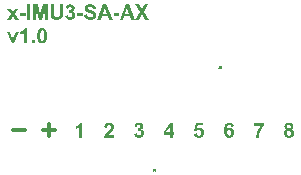
<source format=gto>
G04*
G04 #@! TF.GenerationSoftware,Altium Limited,Altium Designer,25.1.2 (22)*
G04*
G04 Layer_Color=65535*
%FSLAX44Y44*%
%MOMM*%
G71*
G04*
G04 #@! TF.SameCoordinates,DB710AA7-E77E-4036-8C0A-EA680BC9F52C*
G04*
G04*
G04 #@! TF.FilePolarity,Positive*
G04*
G01*
G75*
%ADD10C,0.3000*%
%ADD11C,0.0200*%
G36*
X15945Y205222D02*
X13735D01*
X10000Y214495D01*
X12570D01*
X14318Y209762D01*
X14826Y208181D01*
Y208190D01*
X14835Y208208D01*
X14845Y208236D01*
X14863Y208282D01*
X14891Y208384D01*
X14937Y208504D01*
X14974Y208643D01*
X15020Y208772D01*
X15048Y208883D01*
X15067Y208939D01*
X15076Y208976D01*
X15085Y208994D01*
X15094Y209040D01*
X15122Y209123D01*
X15159Y209216D01*
X15196Y209336D01*
X15242Y209475D01*
X15288Y209614D01*
X15344Y209762D01*
X17101Y214495D01*
X19625D01*
X15945Y205222D01*
D02*
G37*
G36*
X33512D02*
X31061D01*
Y207672D01*
X33512D01*
Y205222D01*
D02*
G37*
G36*
X26873D02*
X24423D01*
Y214458D01*
X24405Y214440D01*
X24358Y214403D01*
X24285Y214338D01*
X24183Y214255D01*
X24053Y214153D01*
X23896Y214033D01*
X23721Y213894D01*
X23517Y213756D01*
X23295Y213608D01*
X23055Y213451D01*
X22796Y213293D01*
X22518Y213145D01*
X22223Y212997D01*
X21908Y212850D01*
X21585Y212720D01*
X21252Y212600D01*
Y214828D01*
X21261D01*
X21298Y214847D01*
X21344Y214865D01*
X21418Y214893D01*
X21511Y214930D01*
X21613Y214967D01*
X21733Y215022D01*
X21871Y215087D01*
X22019Y215170D01*
X22176Y215253D01*
X22352Y215346D01*
X22528Y215457D01*
X22722Y215577D01*
X22916Y215706D01*
X23119Y215854D01*
X23332Y216012D01*
X23341Y216021D01*
X23378Y216049D01*
X23443Y216104D01*
X23517Y216169D01*
X23609Y216252D01*
X23711Y216354D01*
X23822Y216465D01*
X23952Y216594D01*
X24072Y216742D01*
X24201Y216899D01*
X24331Y217066D01*
X24460Y217250D01*
X24580Y217435D01*
X24691Y217639D01*
X24793Y217851D01*
X24876Y218064D01*
X26873D01*
Y205222D01*
D02*
G37*
G36*
X39817Y218055D02*
X39946Y218046D01*
X40104Y218027D01*
X40289Y217990D01*
X40483Y217953D01*
X40705Y217898D01*
X40926Y217824D01*
X41167Y217740D01*
X41407Y217630D01*
X41648Y217500D01*
X41888Y217352D01*
X42119Y217176D01*
X42341Y216964D01*
X42544Y216733D01*
X42563Y216714D01*
X42572Y216696D01*
X42600Y216659D01*
X42628Y216612D01*
X42665Y216566D01*
X42702Y216502D01*
X42739Y216428D01*
X42785Y216354D01*
X42840Y216261D01*
X42887Y216159D01*
X42942Y216049D01*
X42998Y215919D01*
X43053Y215790D01*
X43118Y215651D01*
X43173Y215494D01*
X43229Y215327D01*
X43293Y215152D01*
X43349Y214967D01*
X43404Y214773D01*
X43460Y214560D01*
X43506Y214347D01*
X43562Y214116D01*
X43608Y213876D01*
X43645Y213617D01*
X43682Y213358D01*
X43719Y213081D01*
X43746Y212794D01*
X43774Y212498D01*
X43793Y212184D01*
X43802Y211860D01*
Y211527D01*
Y211518D01*
Y211490D01*
Y211435D01*
Y211370D01*
Y211287D01*
X43793Y211185D01*
Y211065D01*
X43783Y210936D01*
X43774Y210788D01*
X43765Y210640D01*
X43756Y210473D01*
X43737Y210298D01*
X43700Y209919D01*
X43645Y209512D01*
X43580Y209087D01*
X43497Y208652D01*
X43395Y208218D01*
X43275Y207792D01*
X43127Y207376D01*
X42961Y206988D01*
X42868Y206803D01*
X42766Y206627D01*
X42656Y206461D01*
X42544Y206304D01*
X42535Y206285D01*
X42498Y206248D01*
X42434Y206183D01*
X42350Y206100D01*
X42249Y205998D01*
X42119Y205888D01*
X41962Y205777D01*
X41786Y205656D01*
X41592Y205527D01*
X41380Y205416D01*
X41139Y205305D01*
X40880Y205203D01*
X40603Y205120D01*
X40298Y205056D01*
X39983Y205019D01*
X39641Y205000D01*
X39558D01*
X39466Y205009D01*
X39336Y205019D01*
X39170Y205046D01*
X38994Y205074D01*
X38782Y205120D01*
X38569Y205176D01*
X38328Y205259D01*
X38088Y205351D01*
X37838Y205462D01*
X37580Y205601D01*
X37330Y205767D01*
X37090Y205961D01*
X36849Y206183D01*
X36627Y206433D01*
X36618Y206452D01*
X36581Y206498D01*
X36553Y206544D01*
X36526Y206590D01*
X36489Y206646D01*
X36452Y206710D01*
X36405Y206794D01*
X36369Y206877D01*
X36313Y206979D01*
X36267Y207080D01*
X36221Y207200D01*
X36165Y207321D01*
X36110Y207459D01*
X36063Y207607D01*
X36008Y207764D01*
X35952Y207940D01*
X35897Y208116D01*
X35851Y208310D01*
X35805Y208513D01*
X35758Y208726D01*
X35712Y208957D01*
X35666Y209198D01*
X35629Y209447D01*
X35592Y209706D01*
X35564Y209983D01*
X35536Y210270D01*
X35518Y210566D01*
X35499Y210880D01*
X35490Y211204D01*
Y211546D01*
Y211555D01*
Y211583D01*
Y211638D01*
Y211703D01*
X35499Y211786D01*
Y211888D01*
Y212008D01*
X35509Y212138D01*
X35518Y212276D01*
X35527Y212433D01*
X35546Y212600D01*
X35555Y212775D01*
X35592Y213145D01*
X35647Y213552D01*
X35712Y213978D01*
X35795Y214403D01*
X35897Y214837D01*
X36017Y215272D01*
X36156Y215679D01*
X36322Y216067D01*
X36424Y216252D01*
X36516Y216428D01*
X36627Y216594D01*
X36738Y216751D01*
X36748Y216770D01*
X36785Y216807D01*
X36849Y216871D01*
X36932Y216955D01*
X37034Y217056D01*
X37164Y217167D01*
X37321Y217287D01*
X37496Y217408D01*
X37691Y217528D01*
X37903Y217648D01*
X38144Y217759D01*
X38403Y217861D01*
X38680Y217944D01*
X38985Y218009D01*
X39299Y218046D01*
X39641Y218064D01*
X39725D01*
X39817Y218055D01*
D02*
G37*
G36*
X80442Y238230D02*
X80516D01*
X80609Y238221D01*
X80812Y238212D01*
X81043Y238184D01*
X81293Y238147D01*
X81570Y238110D01*
X81857Y238055D01*
X82153Y237981D01*
X82458Y237898D01*
X82763Y237796D01*
X83049Y237666D01*
X83336Y237528D01*
X83595Y237361D01*
X83835Y237176D01*
X83854Y237167D01*
X83891Y237130D01*
X83946Y237066D01*
X84030Y236982D01*
X84122Y236881D01*
X84224Y236751D01*
X84335Y236603D01*
X84455Y236428D01*
X84575Y236243D01*
X84686Y236030D01*
X84797Y235799D01*
X84889Y235549D01*
X84982Y235281D01*
X85047Y234995D01*
X85093Y234689D01*
X85120Y234366D01*
X82541Y234255D01*
Y234264D01*
X82532Y234301D01*
X82522Y234347D01*
X82504Y234412D01*
X82486Y234495D01*
X82458Y234588D01*
X82430Y234689D01*
X82393Y234800D01*
X82291Y235032D01*
X82171Y235263D01*
X82014Y235485D01*
X81931Y235586D01*
X81829Y235669D01*
X81820Y235679D01*
X81801Y235688D01*
X81774Y235706D01*
X81727Y235734D01*
X81672Y235771D01*
X81598Y235808D01*
X81515Y235845D01*
X81422Y235891D01*
X81311Y235928D01*
X81191Y235965D01*
X81052Y236002D01*
X80905Y236039D01*
X80747Y236067D01*
X80581Y236085D01*
X80387Y236104D01*
X80082D01*
X80008Y236095D01*
X79915Y236085D01*
X79804Y236076D01*
X79684Y236067D01*
X79545Y236049D01*
X79268Y235993D01*
X78972Y235910D01*
X78824Y235854D01*
X78686Y235790D01*
X78556Y235716D01*
X78427Y235632D01*
X78408Y235623D01*
X78362Y235577D01*
X78297Y235512D01*
X78223Y235420D01*
X78149Y235309D01*
X78085Y235179D01*
X78038Y235022D01*
X78029Y234939D01*
X78020Y234847D01*
Y234837D01*
Y234828D01*
X78029Y234773D01*
X78038Y234689D01*
X78066Y234578D01*
X78112Y234458D01*
X78177Y234329D01*
X78270Y234199D01*
X78399Y234070D01*
X78408D01*
X78427Y234051D01*
X78454Y234033D01*
X78510Y233996D01*
X78575Y233959D01*
X78658Y233913D01*
X78759Y233867D01*
X78880Y233811D01*
X79028Y233746D01*
X79194Y233682D01*
X79388Y233608D01*
X79610Y233534D01*
X79860Y233451D01*
X80128Y233377D01*
X80442Y233293D01*
X80775Y233210D01*
X80784D01*
X80794Y233201D01*
X80821D01*
X80858Y233192D01*
X80951Y233164D01*
X81080Y233136D01*
X81237Y233090D01*
X81422Y233044D01*
X81616Y232988D01*
X81829Y232933D01*
X82051Y232859D01*
X82282Y232794D01*
X82744Y232637D01*
X82966Y232554D01*
X83179Y232461D01*
X83382Y232378D01*
X83558Y232285D01*
X83567Y232276D01*
X83595Y232267D01*
X83641Y232239D01*
X83706Y232202D01*
X83780Y232147D01*
X83872Y232091D01*
X83965Y232027D01*
X84076Y231943D01*
X84187Y231860D01*
X84298Y231758D01*
X84418Y231657D01*
X84538Y231537D01*
X84769Y231278D01*
X84871Y231130D01*
X84973Y230982D01*
X84982Y230973D01*
X84991Y230945D01*
X85019Y230899D01*
X85056Y230834D01*
X85093Y230751D01*
X85139Y230658D01*
X85185Y230547D01*
X85232Y230418D01*
X85278Y230279D01*
X85324Y230122D01*
X85370Y229956D01*
X85407Y229780D01*
X85444Y229586D01*
X85472Y229382D01*
X85481Y229170D01*
X85490Y228948D01*
Y228939D01*
Y228902D01*
Y228837D01*
X85481Y228763D01*
X85472Y228661D01*
X85453Y228550D01*
X85435Y228421D01*
X85416Y228282D01*
X85379Y228125D01*
X85342Y227959D01*
X85287Y227792D01*
X85232Y227617D01*
X85157Y227432D01*
X85074Y227247D01*
X84982Y227071D01*
X84871Y226886D01*
X84862Y226877D01*
X84843Y226849D01*
X84806Y226794D01*
X84760Y226729D01*
X84695Y226655D01*
X84621Y226562D01*
X84529Y226461D01*
X84427Y226350D01*
X84307Y226239D01*
X84178Y226119D01*
X84039Y225998D01*
X83882Y225888D01*
X83715Y225767D01*
X83539Y225656D01*
X83345Y225555D01*
X83142Y225462D01*
X83133Y225453D01*
X83096Y225444D01*
X83031Y225416D01*
X82938Y225388D01*
X82837Y225351D01*
X82707Y225314D01*
X82550Y225277D01*
X82384Y225231D01*
X82190Y225185D01*
X81977Y225148D01*
X81746Y225111D01*
X81505Y225074D01*
X81247Y225046D01*
X80969Y225019D01*
X80673Y225009D01*
X80368Y225000D01*
X80202D01*
X80137Y225009D01*
X80054D01*
X79971Y225019D01*
X79767Y225037D01*
X79527Y225056D01*
X79268Y225093D01*
X78991Y225139D01*
X78695Y225203D01*
X78390Y225277D01*
X78075Y225361D01*
X77770Y225471D01*
X77465Y225601D01*
X77169Y225749D01*
X76892Y225925D01*
X76633Y226119D01*
X76615Y226128D01*
X76578Y226174D01*
X76513Y226239D01*
X76430Y226331D01*
X76328Y226442D01*
X76208Y226590D01*
X76088Y226757D01*
X75958Y226951D01*
X75819Y227164D01*
X75690Y227413D01*
X75561Y227681D01*
X75440Y227968D01*
X75320Y228291D01*
X75228Y228633D01*
X75145Y229003D01*
X75089Y229392D01*
X77604Y229632D01*
Y229614D01*
X77613Y229577D01*
X77632Y229512D01*
X77650Y229429D01*
X77678Y229318D01*
X77715Y229198D01*
X77752Y229068D01*
X77798Y228929D01*
X77927Y228624D01*
X78001Y228467D01*
X78085Y228310D01*
X78177Y228162D01*
X78279Y228023D01*
X78399Y227894D01*
X78519Y227774D01*
X78528Y227764D01*
X78556Y227746D01*
X78593Y227718D01*
X78649Y227681D01*
X78713Y227635D01*
X78806Y227589D01*
X78898Y227533D01*
X79018Y227478D01*
X79139Y227422D01*
X79286Y227367D01*
X79434Y227321D01*
X79601Y227274D01*
X79786Y227237D01*
X79980Y227210D01*
X80183Y227191D01*
X80396Y227182D01*
X80516D01*
X80599Y227191D01*
X80701Y227201D01*
X80821Y227210D01*
X80960Y227228D01*
X81099Y227247D01*
X81404Y227311D01*
X81561Y227358D01*
X81718Y227404D01*
X81866Y227469D01*
X82014Y227533D01*
X82153Y227617D01*
X82273Y227709D01*
X82282Y227718D01*
X82301Y227737D01*
X82328Y227764D01*
X82375Y227801D01*
X82421Y227857D01*
X82476Y227912D01*
X82532Y227986D01*
X82597Y228060D01*
X82707Y228245D01*
X82809Y228449D01*
X82855Y228569D01*
X82883Y228680D01*
X82902Y228809D01*
X82911Y228939D01*
Y228948D01*
Y228957D01*
Y229013D01*
X82902Y229096D01*
X82874Y229207D01*
X82846Y229327D01*
X82800Y229456D01*
X82735Y229586D01*
X82643Y229706D01*
X82633Y229725D01*
X82587Y229762D01*
X82522Y229817D01*
X82430Y229900D01*
X82301Y229983D01*
X82134Y230085D01*
X81940Y230177D01*
X81829Y230224D01*
X81709Y230270D01*
X81700D01*
X81690Y230279D01*
X81653Y230289D01*
X81616Y230298D01*
X81552Y230316D01*
X81478Y230344D01*
X81385Y230372D01*
X81284Y230399D01*
X81154Y230436D01*
X81006Y230473D01*
X80840Y230520D01*
X80646Y230575D01*
X80433Y230631D01*
X80193Y230686D01*
X79925Y230751D01*
X79638Y230825D01*
X79629D01*
X79610Y230834D01*
X79582D01*
X79545Y230853D01*
X79499Y230862D01*
X79444Y230880D01*
X79305Y230917D01*
X79129Y230963D01*
X78935Y231028D01*
X78723Y231102D01*
X78501Y231176D01*
X78260Y231269D01*
X78020Y231361D01*
X77770Y231463D01*
X77539Y231574D01*
X77308Y231694D01*
X77095Y231823D01*
X76901Y231953D01*
X76726Y232091D01*
X76716Y232101D01*
X76679Y232138D01*
X76615Y232202D01*
X76541Y232276D01*
X76457Y232378D01*
X76356Y232507D01*
X76245Y232646D01*
X76143Y232812D01*
X76032Y232988D01*
X75921Y233182D01*
X75819Y233395D01*
X75736Y233617D01*
X75662Y233857D01*
X75598Y234116D01*
X75561Y234384D01*
X75551Y234662D01*
Y234671D01*
Y234708D01*
Y234754D01*
X75561Y234828D01*
X75570Y234911D01*
X75579Y235013D01*
X75598Y235133D01*
X75616Y235263D01*
X75653Y235392D01*
X75681Y235540D01*
X75727Y235688D01*
X75782Y235845D01*
X75847Y236012D01*
X75921Y236169D01*
X76004Y236335D01*
X76097Y236492D01*
X76106Y236502D01*
X76125Y236529D01*
X76152Y236576D01*
X76199Y236631D01*
X76254Y236705D01*
X76328Y236788D01*
X76411Y236871D01*
X76504Y236973D01*
X76615Y237075D01*
X76735Y237186D01*
X76864Y237287D01*
X77003Y237398D01*
X77160Y237500D01*
X77326Y237602D01*
X77502Y237703D01*
X77696Y237787D01*
X77705Y237796D01*
X77743Y237805D01*
X77807Y237833D01*
X77881Y237861D01*
X77983Y237888D01*
X78103Y237935D01*
X78242Y237972D01*
X78399Y238018D01*
X78575Y238055D01*
X78769Y238101D01*
X78972Y238138D01*
X79194Y238166D01*
X79434Y238203D01*
X79684Y238221D01*
X79943Y238230D01*
X80211Y238240D01*
X80378D01*
X80442Y238230D01*
D02*
G37*
G36*
X125607Y231897D02*
X130017Y225231D01*
X126911D01*
X124072Y229558D01*
X121225Y225231D01*
X118127D01*
X122556Y231888D01*
X118534Y238027D01*
X121557D01*
X124091Y234190D01*
X126633Y238027D01*
X129629D01*
X125607Y231897D01*
D02*
G37*
G36*
X16231Y230104D02*
X19662Y225231D01*
X16657D01*
X14771Y228097D01*
X12866Y225231D01*
X10000D01*
X13338Y230002D01*
X10139Y234505D01*
X13134D01*
X14771Y231953D01*
X16509Y234505D01*
X19375D01*
X16231Y230104D01*
D02*
G37*
G36*
X44366Y225231D02*
X41971D01*
X41962Y235300D01*
X39429Y225231D01*
X36942D01*
X34418Y235300D01*
Y225231D01*
X32023D01*
Y238027D01*
X35888D01*
X38199Y229290D01*
X40483Y238027D01*
X44366D01*
Y225231D01*
D02*
G37*
G36*
X105091Y228643D02*
X100274D01*
Y231093D01*
X105091D01*
Y228643D01*
D02*
G37*
G36*
X74312D02*
X69495D01*
Y231093D01*
X74312D01*
Y228643D01*
D02*
G37*
G36*
X25662D02*
X20845D01*
Y231093D01*
X25662D01*
Y228643D01*
D02*
G37*
G36*
X57125Y231296D02*
Y231287D01*
Y231269D01*
Y231241D01*
Y231195D01*
Y231139D01*
Y231074D01*
Y231000D01*
Y230926D01*
X57116Y230732D01*
Y230520D01*
X57106Y230279D01*
X57097Y230030D01*
X57088Y229762D01*
X57069Y229493D01*
X57060Y229216D01*
X57032Y228948D01*
X57014Y228698D01*
X56986Y228458D01*
X56949Y228236D01*
X56912Y228042D01*
Y228033D01*
X56903Y227996D01*
X56894Y227949D01*
X56866Y227885D01*
X56848Y227801D01*
X56820Y227709D01*
X56783Y227598D01*
X56736Y227487D01*
X56626Y227228D01*
X56496Y226960D01*
X56330Y226692D01*
X56136Y226433D01*
X56126Y226424D01*
X56108Y226405D01*
X56080Y226368D01*
X56034Y226322D01*
X55978Y226276D01*
X55914Y226211D01*
X55830Y226137D01*
X55738Y226063D01*
X55636Y225980D01*
X55525Y225897D01*
X55405Y225814D01*
X55266Y225721D01*
X55128Y225638D01*
X54971Y225555D01*
X54813Y225471D01*
X54638Y225398D01*
X54629D01*
X54591Y225379D01*
X54545Y225361D01*
X54471Y225333D01*
X54370Y225305D01*
X54259Y225277D01*
X54129Y225240D01*
X53981Y225203D01*
X53806Y225166D01*
X53621Y225129D01*
X53417Y225102D01*
X53205Y225074D01*
X52964Y225046D01*
X52724Y225028D01*
X52456Y225019D01*
X52178Y225009D01*
X52003D01*
X51873Y225019D01*
X51725D01*
X51550Y225028D01*
X51356Y225046D01*
X51143Y225065D01*
X50921Y225083D01*
X50690Y225111D01*
X50228Y225185D01*
X50006Y225231D01*
X49784Y225287D01*
X49580Y225351D01*
X49395Y225425D01*
X49386Y225435D01*
X49359Y225444D01*
X49303Y225471D01*
X49238Y225499D01*
X49164Y225546D01*
X49072Y225592D01*
X48970Y225656D01*
X48859Y225721D01*
X48619Y225878D01*
X48369Y226073D01*
X48120Y226285D01*
X47898Y226525D01*
X47888Y226535D01*
X47870Y226553D01*
X47842Y226590D01*
X47814Y226646D01*
X47768Y226701D01*
X47713Y226775D01*
X47657Y226868D01*
X47602Y226960D01*
X47482Y227173D01*
X47361Y227413D01*
X47260Y227672D01*
X47177Y227949D01*
Y227959D01*
X47167Y228005D01*
X47158Y228069D01*
X47140Y228153D01*
X47121Y228273D01*
X47093Y228412D01*
X47075Y228578D01*
X47056Y228772D01*
X47029Y228985D01*
X47010Y229225D01*
X46982Y229493D01*
X46964Y229780D01*
X46955Y230094D01*
X46936Y230436D01*
X46927Y230806D01*
Y231195D01*
Y238027D01*
X49507D01*
Y231093D01*
Y231074D01*
Y231019D01*
Y230936D01*
Y230825D01*
Y230695D01*
X49516Y230547D01*
Y230381D01*
Y230205D01*
X49525Y229845D01*
X49534Y229660D01*
X49543Y229493D01*
X49553Y229327D01*
X49571Y229179D01*
X49580Y229050D01*
X49599Y228948D01*
Y228939D01*
X49608Y228911D01*
X49617Y228874D01*
X49636Y228818D01*
X49654Y228754D01*
X49682Y228671D01*
X49756Y228495D01*
X49867Y228291D01*
X49997Y228088D01*
X50080Y227986D01*
X50172Y227885D01*
X50274Y227783D01*
X50385Y227691D01*
X50394Y227681D01*
X50413Y227672D01*
X50450Y227644D01*
X50496Y227617D01*
X50560Y227579D01*
X50644Y227542D01*
X50727Y227496D01*
X50838Y227459D01*
X50949Y227413D01*
X51078Y227367D01*
X51217Y227330D01*
X51374Y227293D01*
X51540Y227265D01*
X51707Y227237D01*
X51901Y227228D01*
X52095Y227219D01*
X52197D01*
X52280Y227228D01*
X52363D01*
X52474Y227247D01*
X52585Y227256D01*
X52715Y227274D01*
X52983Y227330D01*
X53260Y227404D01*
X53519Y227515D01*
X53639Y227589D01*
X53750Y227663D01*
X53759Y227672D01*
X53778Y227681D01*
X53806Y227709D01*
X53843Y227746D01*
X53935Y227838D01*
X54046Y227968D01*
X54166Y228134D01*
X54277Y228319D01*
X54360Y228532D01*
X54397Y228643D01*
X54425Y228763D01*
Y228772D01*
X54434Y228791D01*
Y228837D01*
X54444Y228892D01*
X54453Y228966D01*
X54462Y229050D01*
X54471Y229160D01*
X54490Y229281D01*
X54499Y229429D01*
X54508Y229586D01*
X54518Y229762D01*
X54527Y229965D01*
X54536Y230177D01*
Y230418D01*
X54545Y230668D01*
Y230945D01*
Y238027D01*
X57125D01*
Y231296D01*
D02*
G37*
G36*
X63532Y238064D02*
X63652Y238055D01*
X63809Y238036D01*
X63985Y238009D01*
X64179Y237981D01*
X64392Y237925D01*
X64623Y237870D01*
X64854Y237796D01*
X65094Y237694D01*
X65335Y237583D01*
X65575Y237454D01*
X65816Y237297D01*
X66038Y237121D01*
X66250Y236918D01*
X66259Y236908D01*
X66287Y236871D01*
X66333Y236825D01*
X66389Y236751D01*
X66463Y236659D01*
X66537Y236557D01*
X66620Y236437D01*
X66703Y236298D01*
X66786Y236150D01*
X66870Y235984D01*
X66944Y235808D01*
X67018Y235623D01*
X67073Y235429D01*
X67119Y235226D01*
X67147Y235013D01*
X67156Y234791D01*
Y234773D01*
Y234717D01*
X67147Y234634D01*
X67129Y234514D01*
X67101Y234366D01*
X67055Y234209D01*
X66999Y234024D01*
X66925Y233820D01*
X66824Y233617D01*
X66703Y233395D01*
X66555Y233173D01*
X66380Y232942D01*
X66167Y232720D01*
X66047Y232609D01*
X65917Y232507D01*
X65779Y232397D01*
X65631Y232295D01*
X65474Y232193D01*
X65307Y232101D01*
X65316D01*
X65353Y232091D01*
X65409Y232073D01*
X65492Y232054D01*
X65585Y232027D01*
X65686Y231980D01*
X65806Y231934D01*
X65936Y231879D01*
X66075Y231814D01*
X66223Y231740D01*
X66370Y231657D01*
X66509Y231555D01*
X66657Y231453D01*
X66796Y231324D01*
X66934Y231195D01*
X67064Y231047D01*
X67073Y231037D01*
X67092Y231010D01*
X67129Y230963D01*
X67166Y230899D01*
X67212Y230825D01*
X67267Y230723D01*
X67332Y230612D01*
X67397Y230492D01*
X67452Y230353D01*
X67517Y230205D01*
X67572Y230039D01*
X67619Y229863D01*
X67656Y229678D01*
X67692Y229484D01*
X67711Y229281D01*
X67720Y229068D01*
Y229050D01*
Y228994D01*
X67711Y228902D01*
X67702Y228782D01*
X67683Y228643D01*
X67656Y228467D01*
X67619Y228282D01*
X67563Y228079D01*
X67498Y227857D01*
X67415Y227626D01*
X67313Y227385D01*
X67203Y227145D01*
X67055Y226895D01*
X66888Y226655D01*
X66703Y226424D01*
X66481Y226193D01*
X66463Y226183D01*
X66426Y226147D01*
X66352Y226082D01*
X66259Y226008D01*
X66139Y225915D01*
X66001Y225823D01*
X65825Y225712D01*
X65640Y225601D01*
X65427Y225490D01*
X65196Y225388D01*
X64947Y225287D01*
X64669Y225194D01*
X64383Y225120D01*
X64078Y225065D01*
X63754Y225019D01*
X63421Y225009D01*
X63347D01*
X63255Y225019D01*
X63134Y225028D01*
X62986Y225037D01*
X62811Y225065D01*
X62626Y225093D01*
X62413Y225139D01*
X62191Y225185D01*
X61960Y225250D01*
X61720Y225333D01*
X61480Y225435D01*
X61239Y225546D01*
X60999Y225675D01*
X60768Y225832D01*
X60546Y226008D01*
X60536Y226017D01*
X60500Y226054D01*
X60435Y226110D01*
X60361Y226193D01*
X60278Y226285D01*
X60176Y226405D01*
X60065Y226553D01*
X59954Y226710D01*
X59834Y226886D01*
X59723Y227080D01*
X59612Y227302D01*
X59501Y227533D01*
X59408Y227774D01*
X59335Y228042D01*
X59270Y228319D01*
X59224Y228615D01*
X61600Y228911D01*
Y228902D01*
X61609Y228874D01*
Y228828D01*
X61627Y228763D01*
X61637Y228680D01*
X61664Y228596D01*
X61683Y228495D01*
X61720Y228393D01*
X61794Y228171D01*
X61905Y227940D01*
X62034Y227709D01*
X62118Y227607D01*
X62201Y227515D01*
X62210Y227506D01*
X62228Y227496D01*
X62256Y227469D01*
X62293Y227441D01*
X62339Y227404D01*
X62395Y227367D01*
X62543Y227284D01*
X62718Y227191D01*
X62922Y227117D01*
X63153Y227062D01*
X63273Y227052D01*
X63403Y227043D01*
X63477D01*
X63532Y227052D01*
X63597Y227062D01*
X63671Y227071D01*
X63846Y227117D01*
X64050Y227182D01*
X64152Y227228D01*
X64262Y227284D01*
X64373Y227348D01*
X64475Y227432D01*
X64577Y227515D01*
X64679Y227617D01*
X64688Y227626D01*
X64697Y227644D01*
X64725Y227672D01*
X64762Y227718D01*
X64799Y227783D01*
X64845Y227848D01*
X64891Y227931D01*
X64947Y228023D01*
X64993Y228134D01*
X65039Y228245D01*
X65085Y228375D01*
X65122Y228513D01*
X65159Y228661D01*
X65187Y228818D01*
X65196Y228994D01*
X65205Y229170D01*
Y229179D01*
Y229207D01*
Y229262D01*
X65196Y229327D01*
X65187Y229401D01*
X65178Y229493D01*
X65168Y229595D01*
X65141Y229697D01*
X65085Y229937D01*
X64993Y230177D01*
X64937Y230298D01*
X64873Y230418D01*
X64799Y230538D01*
X64706Y230640D01*
X64697Y230649D01*
X64688Y230668D01*
X64660Y230686D01*
X64614Y230723D01*
X64567Y230769D01*
X64512Y230816D01*
X64364Y230917D01*
X64188Y231010D01*
X63985Y231102D01*
X63874Y231139D01*
X63754Y231158D01*
X63625Y231176D01*
X63495Y231185D01*
X63412D01*
X63366Y231176D01*
X63310D01*
X63181Y231167D01*
X63014Y231139D01*
X62820Y231111D01*
X62607Y231065D01*
X62376Y231000D01*
X62645Y232997D01*
X62811D01*
X62894Y233007D01*
X62986Y233016D01*
X63098Y233025D01*
X63208Y233044D01*
X63458Y233090D01*
X63708Y233164D01*
X63837Y233219D01*
X63957Y233275D01*
X64068Y233340D01*
X64170Y233423D01*
X64179Y233432D01*
X64188Y233441D01*
X64216Y233469D01*
X64253Y233506D01*
X64290Y233552D01*
X64336Y233608D01*
X64383Y233672D01*
X64438Y233746D01*
X64531Y233922D01*
X64614Y234135D01*
X64651Y234246D01*
X64679Y234375D01*
X64688Y234505D01*
X64697Y234643D01*
Y234652D01*
Y234671D01*
Y234708D01*
X64688Y234754D01*
Y234810D01*
X64679Y234865D01*
X64651Y235013D01*
X64605Y235179D01*
X64531Y235346D01*
X64438Y235512D01*
X64309Y235669D01*
X64290Y235688D01*
X64235Y235734D01*
X64152Y235790D01*
X64031Y235864D01*
X63883Y235938D01*
X63708Y235993D01*
X63513Y236039D01*
X63282Y236058D01*
X63218D01*
X63181Y236049D01*
X63125D01*
X63060Y236039D01*
X62913Y236002D01*
X62746Y235947D01*
X62561Y235873D01*
X62376Y235762D01*
X62284Y235688D01*
X62201Y235614D01*
X62191Y235605D01*
X62182Y235595D01*
X62164Y235568D01*
X62127Y235531D01*
X62099Y235485D01*
X62053Y235429D01*
X62016Y235364D01*
X61969Y235290D01*
X61923Y235207D01*
X61877Y235115D01*
X61831Y235013D01*
X61785Y234893D01*
X61748Y234773D01*
X61711Y234643D01*
X61683Y234495D01*
X61664Y234347D01*
X59408Y234726D01*
Y234736D01*
X59418Y234782D01*
X59436Y234837D01*
X59455Y234921D01*
X59473Y235022D01*
X59510Y235133D01*
X59538Y235263D01*
X59584Y235392D01*
X59686Y235688D01*
X59806Y236002D01*
X59945Y236307D01*
X60028Y236446D01*
X60111Y236585D01*
X60120Y236594D01*
X60130Y236612D01*
X60157Y236649D01*
X60204Y236696D01*
X60250Y236760D01*
X60305Y236825D01*
X60379Y236899D01*
X60462Y236982D01*
X60546Y237066D01*
X60647Y237158D01*
X60758Y237250D01*
X60879Y237334D01*
X61008Y237426D01*
X61137Y237519D01*
X61442Y237676D01*
X61452Y237685D01*
X61480Y237694D01*
X61526Y237713D01*
X61590Y237740D01*
X61674Y237768D01*
X61766Y237805D01*
X61877Y237842D01*
X61997Y237879D01*
X62136Y237916D01*
X62284Y237944D01*
X62441Y237981D01*
X62607Y238009D01*
X62968Y238055D01*
X63162Y238073D01*
X63440D01*
X63532Y238064D01*
D02*
G37*
G36*
X118053Y225231D02*
X115243D01*
X114133Y228134D01*
X109011D01*
X107957Y225231D01*
X105220D01*
X110185Y238027D01*
X112931D01*
X118053Y225231D01*
D02*
G37*
G36*
X99192D02*
X96382D01*
X95272Y228134D01*
X90150D01*
X89096Y225231D01*
X86359D01*
X91324Y238027D01*
X94070D01*
X99192Y225231D01*
D02*
G37*
G36*
X29591D02*
X27012D01*
Y238027D01*
X29591D01*
Y225231D01*
D02*
G37*
G36*
X248729Y138064D02*
X248859Y138055D01*
X249007Y138046D01*
X249182Y138027D01*
X249377Y137990D01*
X249589Y137953D01*
X249811Y137907D01*
X250042Y137842D01*
X250283Y137768D01*
X250514Y137676D01*
X250745Y137565D01*
X250976Y137445D01*
X251189Y137297D01*
X251383Y137130D01*
X251392Y137121D01*
X251429Y137084D01*
X251475Y137038D01*
X251540Y136964D01*
X251623Y136871D01*
X251707Y136760D01*
X251799Y136631D01*
X251891Y136483D01*
X251984Y136326D01*
X252076Y136141D01*
X252169Y135947D01*
X252243Y135743D01*
X252307Y135521D01*
X252354Y135281D01*
X252391Y135031D01*
X252400Y134773D01*
Y134763D01*
Y134736D01*
Y134689D01*
X252391Y134625D01*
X252381Y134542D01*
X252372Y134449D01*
X252363Y134347D01*
X252344Y134236D01*
X252289Y133987D01*
X252206Y133728D01*
X252150Y133589D01*
X252086Y133450D01*
X252012Y133312D01*
X251928Y133182D01*
X251919Y133173D01*
X251910Y133155D01*
X251882Y133118D01*
X251845Y133071D01*
X251799Y133007D01*
X251734Y132942D01*
X251670Y132868D01*
X251596Y132794D01*
X251503Y132711D01*
X251411Y132618D01*
X251300Y132535D01*
X251189Y132443D01*
X250930Y132276D01*
X250634Y132128D01*
X250643Y132119D01*
X250680Y132110D01*
X250736Y132082D01*
X250810Y132045D01*
X250902Y131999D01*
X251004Y131943D01*
X251115Y131879D01*
X251235Y131805D01*
X251364Y131722D01*
X251494Y131629D01*
X251633Y131527D01*
X251762Y131417D01*
X251901Y131296D01*
X252021Y131158D01*
X252141Y131019D01*
X252252Y130871D01*
X252261Y130862D01*
X252280Y130834D01*
X252307Y130788D01*
X252335Y130723D01*
X252381Y130649D01*
X252428Y130557D01*
X252474Y130455D01*
X252529Y130335D01*
X252585Y130196D01*
X252631Y130057D01*
X252677Y129900D01*
X252724Y129734D01*
X252751Y129558D01*
X252779Y129373D01*
X252798Y129179D01*
X252807Y128985D01*
Y128976D01*
Y128966D01*
Y128939D01*
Y128911D01*
X252798Y128818D01*
X252788Y128689D01*
X252770Y128541D01*
X252751Y128365D01*
X252714Y128171D01*
X252668Y127959D01*
X252603Y127737D01*
X252529Y127496D01*
X252437Y127265D01*
X252326Y127015D01*
X252197Y126775D01*
X252049Y126544D01*
X251873Y126313D01*
X251670Y126100D01*
X251660Y126091D01*
X251614Y126054D01*
X251549Y125998D01*
X251466Y125925D01*
X251355Y125841D01*
X251217Y125749D01*
X251050Y125656D01*
X250874Y125555D01*
X250671Y125444D01*
X250440Y125351D01*
X250190Y125259D01*
X249922Y125176D01*
X249636Y125102D01*
X249330Y125046D01*
X249007Y125009D01*
X248665Y125000D01*
X248591D01*
X248498Y125009D01*
X248378Y125019D01*
X248221Y125028D01*
X248055Y125046D01*
X247860Y125074D01*
X247648Y125111D01*
X247426Y125166D01*
X247185Y125222D01*
X246945Y125296D01*
X246705Y125388D01*
X246455Y125490D01*
X246215Y125610D01*
X245984Y125758D01*
X245762Y125915D01*
X245743Y125925D01*
X245706Y125962D01*
X245632Y126026D01*
X245549Y126110D01*
X245447Y126220D01*
X245327Y126359D01*
X245207Y126516D01*
X245077Y126692D01*
X244948Y126895D01*
X244828Y127117D01*
X244708Y127358D01*
X244606Y127617D01*
X244523Y127903D01*
X244449Y128208D01*
X244412Y128532D01*
X244393Y128874D01*
Y128883D01*
Y128920D01*
Y128976D01*
X244403Y129050D01*
X244412Y129142D01*
X244421Y129253D01*
X244440Y129373D01*
X244458Y129503D01*
X244486Y129650D01*
X244513Y129798D01*
X244606Y130122D01*
X244671Y130288D01*
X244735Y130455D01*
X244809Y130621D01*
X244902Y130788D01*
X244911Y130797D01*
X244930Y130825D01*
X244957Y130871D01*
X245004Y130936D01*
X245059Y131000D01*
X245124Y131084D01*
X245207Y131185D01*
X245299Y131278D01*
X245401Y131389D01*
X245521Y131500D01*
X245660Y131611D01*
X245799Y131722D01*
X245965Y131833D01*
X246131Y131934D01*
X246316Y132036D01*
X246520Y132128D01*
X246511Y132138D01*
X246483Y132147D01*
X246427Y132175D01*
X246363Y132202D01*
X246289Y132239D01*
X246196Y132295D01*
X246104Y132350D01*
X245993Y132415D01*
X245771Y132572D01*
X245540Y132757D01*
X245327Y132979D01*
X245225Y133099D01*
X245142Y133229D01*
Y133238D01*
X245124Y133256D01*
X245105Y133303D01*
X245077Y133349D01*
X245040Y133413D01*
X245004Y133497D01*
X244967Y133589D01*
X244930Y133682D01*
X244893Y133793D01*
X244855Y133913D01*
X244782Y134181D01*
X244735Y134467D01*
X244726Y134615D01*
X244717Y134773D01*
Y134791D01*
Y134837D01*
X244726Y134911D01*
X244735Y135013D01*
X244745Y135133D01*
X244772Y135272D01*
X244800Y135429D01*
X244846Y135605D01*
X244893Y135780D01*
X244957Y135975D01*
X245040Y136169D01*
X245142Y136372D01*
X245253Y136566D01*
X245382Y136760D01*
X245540Y136955D01*
X245715Y137130D01*
X245725Y137140D01*
X245762Y137167D01*
X245817Y137213D01*
X245900Y137278D01*
X246002Y137352D01*
X246131Y137426D01*
X246279Y137519D01*
X246446Y137602D01*
X246640Y137694D01*
X246843Y137777D01*
X247084Y137851D01*
X247333Y137925D01*
X247611Y137990D01*
X247907Y138036D01*
X248221Y138064D01*
X248554Y138073D01*
X248637D01*
X248729Y138064D01*
D02*
G37*
G36*
X227393Y135845D02*
X227384Y135836D01*
X227347Y135799D01*
X227291Y135734D01*
X227217Y135651D01*
X227115Y135549D01*
X227005Y135420D01*
X226875Y135272D01*
X226737Y135096D01*
X226579Y134893D01*
X226413Y134680D01*
X226246Y134440D01*
X226061Y134172D01*
X225867Y133885D01*
X225673Y133580D01*
X225479Y133256D01*
X225276Y132905D01*
Y132896D01*
X225266Y132886D01*
X225248Y132859D01*
X225229Y132822D01*
X225202Y132776D01*
X225174Y132711D01*
X225137Y132646D01*
X225100Y132572D01*
X225007Y132396D01*
X224906Y132184D01*
X224795Y131943D01*
X224665Y131675D01*
X224536Y131389D01*
X224407Y131074D01*
X224268Y130732D01*
X224129Y130381D01*
X224000Y130011D01*
X223870Y129632D01*
X223750Y129235D01*
X223639Y128837D01*
Y128828D01*
X223630Y128809D01*
Y128781D01*
X223611Y128744D01*
X223602Y128689D01*
X223593Y128624D01*
X223575Y128560D01*
X223556Y128476D01*
X223510Y128291D01*
X223463Y128069D01*
X223417Y127820D01*
X223362Y127552D01*
X223316Y127265D01*
X223260Y126960D01*
X223214Y126636D01*
X223177Y126313D01*
X223140Y125980D01*
X223112Y125647D01*
X223103Y125324D01*
X223094Y125000D01*
X220727D01*
Y125009D01*
Y125028D01*
Y125065D01*
X220736Y125120D01*
Y125185D01*
Y125259D01*
X220745Y125351D01*
X220755Y125462D01*
X220764Y125573D01*
X220773Y125703D01*
X220782Y125841D01*
X220801Y125989D01*
X220819Y126146D01*
X220838Y126313D01*
X220884Y126673D01*
X220949Y127062D01*
X221013Y127487D01*
X221106Y127931D01*
X221208Y128402D01*
X221337Y128883D01*
X221476Y129382D01*
X221633Y129891D01*
X221818Y130409D01*
Y130418D01*
X221827Y130436D01*
X221845Y130483D01*
X221864Y130529D01*
X221892Y130603D01*
X221929Y130677D01*
X221966Y130769D01*
X222003Y130871D01*
X222058Y130991D01*
X222114Y131121D01*
X222169Y131250D01*
X222234Y131398D01*
X222382Y131712D01*
X222548Y132064D01*
X222742Y132434D01*
X222946Y132831D01*
X223177Y133238D01*
X223417Y133663D01*
X223685Y134088D01*
X223963Y134514D01*
X224268Y134939D01*
X224582Y135355D01*
X219007D01*
Y137629D01*
X227393D01*
Y135845D01*
D02*
G37*
G36*
X176135Y135559D02*
X171512D01*
X171115Y133377D01*
X171124Y133386D01*
X171152Y133395D01*
X171198Y133413D01*
X171254Y133441D01*
X171337Y133469D01*
X171420Y133506D01*
X171522Y133543D01*
X171633Y133589D01*
X171753Y133626D01*
X171891Y133663D01*
X172169Y133728D01*
X172483Y133774D01*
X172640Y133793D01*
X172871D01*
X172955Y133783D01*
X173066Y133774D01*
X173214Y133756D01*
X173371Y133728D01*
X173556Y133691D01*
X173750Y133645D01*
X173962Y133580D01*
X174184Y133506D01*
X174416Y133404D01*
X174647Y133293D01*
X174887Y133155D01*
X175118Y132997D01*
X175340Y132812D01*
X175562Y132600D01*
X175571Y132591D01*
X175608Y132544D01*
X175664Y132480D01*
X175738Y132387D01*
X175830Y132267D01*
X175923Y132119D01*
X176024Y131953D01*
X176135Y131768D01*
X176237Y131555D01*
X176339Y131324D01*
X176440Y131065D01*
X176523Y130797D01*
X176597Y130501D01*
X176653Y130187D01*
X176690Y129863D01*
X176699Y129512D01*
Y129493D01*
Y129438D01*
X176690Y129355D01*
X176681Y129244D01*
X176672Y129105D01*
X176653Y128948D01*
X176625Y128763D01*
X176588Y128569D01*
X176533Y128356D01*
X176477Y128125D01*
X176403Y127894D01*
X176311Y127654D01*
X176200Y127413D01*
X176080Y127173D01*
X175941Y126932D01*
X175775Y126692D01*
X175756Y126673D01*
X175719Y126618D01*
X175645Y126535D01*
X175543Y126424D01*
X175423Y126304D01*
X175266Y126156D01*
X175081Y126008D01*
X174878Y125851D01*
X174647Y125684D01*
X174388Y125536D01*
X174101Y125388D01*
X173796Y125268D01*
X173463Y125157D01*
X173103Y125074D01*
X172724Y125019D01*
X172520Y125009D01*
X172317Y125000D01*
X172243D01*
X172150Y125009D01*
X172021Y125019D01*
X171873Y125028D01*
X171697Y125046D01*
X171503Y125083D01*
X171290Y125120D01*
X171069Y125166D01*
X170837Y125231D01*
X170597Y125305D01*
X170357Y125398D01*
X170116Y125508D01*
X169876Y125629D01*
X169645Y125777D01*
X169432Y125943D01*
X169423Y125952D01*
X169386Y125989D01*
X169331Y126045D01*
X169256Y126119D01*
X169164Y126211D01*
X169072Y126331D01*
X168961Y126461D01*
X168850Y126618D01*
X168729Y126794D01*
X168619Y126988D01*
X168508Y127191D01*
X168397Y127422D01*
X168304Y127663D01*
X168221Y127931D01*
X168147Y128199D01*
X168101Y128495D01*
X170542Y128754D01*
Y128744D01*
X170551Y128717D01*
Y128671D01*
X170569Y128615D01*
X170579Y128550D01*
X170597Y128467D01*
X170653Y128282D01*
X170736Y128069D01*
X170847Y127848D01*
X170976Y127635D01*
X171059Y127533D01*
X171152Y127441D01*
X171161Y127432D01*
X171180Y127422D01*
X171207Y127395D01*
X171244Y127367D01*
X171290Y127330D01*
X171355Y127293D01*
X171494Y127200D01*
X171670Y127108D01*
X171873Y127034D01*
X172104Y126979D01*
X172224Y126969D01*
X172344Y126960D01*
X172418D01*
X172474Y126969D01*
X172539Y126979D01*
X172613Y126997D01*
X172798Y127034D01*
X173001Y127108D01*
X173103Y127163D01*
X173214Y127219D01*
X173325Y127293D01*
X173435Y127376D01*
X173537Y127469D01*
X173639Y127579D01*
X173648Y127589D01*
X173667Y127607D01*
X173685Y127644D01*
X173722Y127700D01*
X173759Y127764D01*
X173805Y127848D01*
X173861Y127940D01*
X173907Y128051D01*
X173953Y128181D01*
X174009Y128319D01*
X174055Y128476D01*
X174092Y128643D01*
X174129Y128828D01*
X174157Y129031D01*
X174166Y129244D01*
X174175Y129475D01*
Y129484D01*
Y129530D01*
Y129586D01*
X174166Y129669D01*
X174157Y129771D01*
X174147Y129882D01*
X174129Y130002D01*
X174110Y130141D01*
X174046Y130427D01*
X174000Y130575D01*
X173953Y130723D01*
X173889Y130871D01*
X173815Y131000D01*
X173731Y131130D01*
X173639Y131250D01*
X173630Y131259D01*
X173611Y131278D01*
X173583Y131306D01*
X173547Y131342D01*
X173491Y131389D01*
X173426Y131435D01*
X173352Y131490D01*
X173269Y131546D01*
X173177Y131601D01*
X173075Y131657D01*
X172844Y131749D01*
X172705Y131786D01*
X172576Y131814D01*
X172428Y131833D01*
X172271Y131842D01*
X172224D01*
X172169Y131833D01*
X172095Y131823D01*
X172002Y131814D01*
X171891Y131796D01*
X171771Y131768D01*
X171642Y131722D01*
X171494Y131675D01*
X171346Y131611D01*
X171189Y131537D01*
X171022Y131444D01*
X170865Y131342D01*
X170699Y131213D01*
X170532Y131074D01*
X170375Y130908D01*
X168397Y131195D01*
X169654Y137851D01*
X176135D01*
Y135559D01*
D02*
G37*
G36*
X198346Y138055D02*
X198447D01*
X198577Y138036D01*
X198715Y138018D01*
X198882Y137999D01*
X199048Y137962D01*
X199242Y137916D01*
X199436Y137861D01*
X199631Y137796D01*
X199834Y137713D01*
X200037Y137620D01*
X200232Y137509D01*
X200426Y137389D01*
X200611Y137241D01*
X200620Y137232D01*
X200657Y137204D01*
X200703Y137158D01*
X200768Y137093D01*
X200842Y137010D01*
X200925Y136899D01*
X201027Y136779D01*
X201128Y136640D01*
X201230Y136483D01*
X201332Y136307D01*
X201434Y136113D01*
X201535Y135901D01*
X201628Y135679D01*
X201711Y135429D01*
X201785Y135161D01*
X201840Y134884D01*
X199464Y134625D01*
Y134634D01*
Y134652D01*
X199455Y134689D01*
X199446Y134745D01*
X199427Y134800D01*
X199418Y134874D01*
X199372Y135031D01*
X199307Y135207D01*
X199233Y135383D01*
X199131Y135549D01*
X199002Y135697D01*
X198983Y135716D01*
X198937Y135753D01*
X198854Y135808D01*
X198752Y135873D01*
X198614Y135938D01*
X198447Y135993D01*
X198262Y136030D01*
X198050Y136048D01*
X197976D01*
X197920Y136039D01*
X197855Y136030D01*
X197772Y136011D01*
X197689Y135993D01*
X197597Y135965D01*
X197495Y135928D01*
X197384Y135873D01*
X197282Y135817D01*
X197171Y135753D01*
X197060Y135669D01*
X196949Y135577D01*
X196838Y135466D01*
X196737Y135346D01*
X196728Y135337D01*
X196718Y135309D01*
X196691Y135272D01*
X196654Y135207D01*
X196607Y135115D01*
X196561Y135013D01*
X196506Y134884D01*
X196450Y134726D01*
X196395Y134542D01*
X196339Y134329D01*
X196284Y134098D01*
X196228Y133830D01*
X196173Y133534D01*
X196127Y133201D01*
X196090Y132840D01*
X196062Y132443D01*
X196071Y132452D01*
X196108Y132489D01*
X196154Y132544D01*
X196228Y132609D01*
X196311Y132692D01*
X196422Y132785D01*
X196552Y132886D01*
X196691Y132988D01*
X196848Y133090D01*
X197023Y133192D01*
X197208Y133284D01*
X197412Y133367D01*
X197624Y133432D01*
X197846Y133488D01*
X198087Y133524D01*
X198336Y133534D01*
X198401D01*
X198484Y133524D01*
X198595Y133515D01*
X198725Y133497D01*
X198882Y133469D01*
X199057Y133432D01*
X199242Y133386D01*
X199446Y133321D01*
X199658Y133247D01*
X199880Y133155D01*
X200102Y133034D01*
X200324Y132905D01*
X200546Y132748D01*
X200759Y132563D01*
X200971Y132360D01*
X200980Y132350D01*
X201017Y132304D01*
X201073Y132239D01*
X201147Y132147D01*
X201230Y132027D01*
X201323Y131888D01*
X201415Y131731D01*
X201526Y131546D01*
X201628Y131333D01*
X201720Y131102D01*
X201813Y130852D01*
X201896Y130594D01*
X201970Y130298D01*
X202025Y130002D01*
X202062Y129678D01*
X202071Y129336D01*
Y129327D01*
Y129318D01*
Y129290D01*
Y129253D01*
Y129207D01*
X202062Y129151D01*
X202053Y129013D01*
X202034Y128846D01*
X202007Y128652D01*
X201979Y128439D01*
X201924Y128208D01*
X201868Y127959D01*
X201794Y127700D01*
X201692Y127441D01*
X201581Y127173D01*
X201452Y126914D01*
X201295Y126655D01*
X201119Y126415D01*
X200916Y126183D01*
X200907Y126174D01*
X200860Y126137D01*
X200796Y126073D01*
X200703Y125998D01*
X200592Y125906D01*
X200453Y125814D01*
X200296Y125703D01*
X200111Y125592D01*
X199908Y125481D01*
X199686Y125379D01*
X199446Y125277D01*
X199178Y125185D01*
X198900Y125111D01*
X198604Y125056D01*
X198290Y125009D01*
X197957Y125000D01*
X197874D01*
X197828Y125009D01*
X197772D01*
X197634Y125028D01*
X197467Y125046D01*
X197273Y125083D01*
X197060Y125129D01*
X196829Y125185D01*
X196580Y125268D01*
X196330Y125370D01*
X196062Y125490D01*
X195794Y125629D01*
X195526Y125804D01*
X195267Y126008D01*
X195008Y126239D01*
X194767Y126498D01*
X194758Y126516D01*
X194712Y126572D01*
X194684Y126609D01*
X194657Y126664D01*
X194620Y126720D01*
X194573Y126784D01*
X194527Y126868D01*
X194481Y126951D01*
X194425Y127052D01*
X194379Y127154D01*
X194324Y127274D01*
X194268Y127395D01*
X194203Y127533D01*
X194148Y127681D01*
X194093Y127838D01*
X194037Y128005D01*
X193972Y128181D01*
X193917Y128365D01*
X193871Y128560D01*
X193815Y128772D01*
X193769Y128985D01*
X193723Y129216D01*
X193676Y129456D01*
X193640Y129706D01*
X193612Y129965D01*
X193584Y130242D01*
X193556Y130520D01*
X193547Y130815D01*
X193528Y131121D01*
Y131435D01*
Y131444D01*
Y131472D01*
Y131527D01*
Y131592D01*
X193538Y131675D01*
Y131768D01*
Y131879D01*
X193547Y132008D01*
X193556Y132147D01*
X193566Y132295D01*
X193584Y132461D01*
X193593Y132628D01*
X193640Y132997D01*
X193695Y133386D01*
X193760Y133793D01*
X193843Y134218D01*
X193954Y134634D01*
X194074Y135059D01*
X194222Y135457D01*
X194398Y135836D01*
X194490Y136021D01*
X194592Y136187D01*
X194703Y136354D01*
X194823Y136502D01*
X194841Y136520D01*
X194888Y136566D01*
X194962Y136650D01*
X195063Y136742D01*
X195193Y136862D01*
X195350Y137001D01*
X195526Y137140D01*
X195738Y137287D01*
X195969Y137426D01*
X196219Y137574D01*
X196496Y137704D01*
X196801Y137824D01*
X197125Y137916D01*
X197467Y137999D01*
X197828Y138046D01*
X198207Y138064D01*
X198272D01*
X198346Y138055D01*
D02*
G37*
G36*
X73611Y125000D02*
X71161D01*
Y134236D01*
X71142Y134218D01*
X71096Y134181D01*
X71022Y134116D01*
X70920Y134033D01*
X70791Y133931D01*
X70634Y133811D01*
X70458Y133672D01*
X70255Y133534D01*
X70033Y133386D01*
X69792Y133229D01*
X69533Y133071D01*
X69256Y132923D01*
X68960Y132776D01*
X68646Y132628D01*
X68322Y132498D01*
X67989Y132378D01*
Y134606D01*
X67999D01*
X68036Y134625D01*
X68082Y134643D01*
X68156Y134671D01*
X68248Y134708D01*
X68350Y134745D01*
X68470Y134800D01*
X68609Y134865D01*
X68757Y134948D01*
X68914Y135031D01*
X69090Y135124D01*
X69265Y135235D01*
X69459Y135355D01*
X69654Y135485D01*
X69857Y135632D01*
X70070Y135790D01*
X70079Y135799D01*
X70116Y135827D01*
X70181Y135882D01*
X70255Y135947D01*
X70347Y136030D01*
X70449Y136132D01*
X70560Y136243D01*
X70689Y136372D01*
X70809Y136520D01*
X70939Y136677D01*
X71068Y136844D01*
X71198Y137029D01*
X71318Y137213D01*
X71429Y137417D01*
X71530Y137629D01*
X71614Y137842D01*
X73611D01*
Y125000D01*
D02*
G37*
G36*
X121660Y138055D02*
X121780Y138046D01*
X121938Y138027D01*
X122113Y137999D01*
X122307Y137972D01*
X122520Y137916D01*
X122751Y137861D01*
X122982Y137787D01*
X123223Y137685D01*
X123463Y137574D01*
X123703Y137445D01*
X123944Y137287D01*
X124166Y137112D01*
X124378Y136908D01*
X124388Y136899D01*
X124415Y136862D01*
X124461Y136816D01*
X124517Y136742D01*
X124591Y136650D01*
X124665Y136548D01*
X124748Y136428D01*
X124831Y136289D01*
X124915Y136141D01*
X124998Y135975D01*
X125072Y135799D01*
X125146Y135614D01*
X125201Y135420D01*
X125247Y135216D01*
X125275Y135004D01*
X125284Y134782D01*
Y134763D01*
Y134708D01*
X125275Y134625D01*
X125257Y134504D01*
X125229Y134357D01*
X125183Y134199D01*
X125127Y134015D01*
X125053Y133811D01*
X124951Y133608D01*
X124831Y133386D01*
X124683Y133164D01*
X124508Y132933D01*
X124295Y132711D01*
X124175Y132600D01*
X124045Y132498D01*
X123907Y132387D01*
X123759Y132285D01*
X123602Y132184D01*
X123435Y132091D01*
X123444D01*
X123482Y132082D01*
X123537Y132064D01*
X123620Y132045D01*
X123713Y132017D01*
X123814Y131971D01*
X123934Y131925D01*
X124064Y131869D01*
X124203Y131805D01*
X124351Y131731D01*
X124499Y131648D01*
X124637Y131546D01*
X124785Y131444D01*
X124924Y131315D01*
X125063Y131185D01*
X125192Y131037D01*
X125201Y131028D01*
X125220Y131000D01*
X125257Y130954D01*
X125294Y130890D01*
X125340Y130815D01*
X125395Y130714D01*
X125460Y130603D01*
X125525Y130483D01*
X125580Y130344D01*
X125645Y130196D01*
X125700Y130030D01*
X125747Y129854D01*
X125784Y129669D01*
X125821Y129475D01*
X125839Y129271D01*
X125848Y129059D01*
Y129040D01*
Y128985D01*
X125839Y128892D01*
X125830Y128772D01*
X125811Y128633D01*
X125784Y128458D01*
X125747Y128273D01*
X125691Y128069D01*
X125626Y127848D01*
X125543Y127617D01*
X125442Y127376D01*
X125331Y127136D01*
X125183Y126886D01*
X125016Y126646D01*
X124831Y126415D01*
X124609Y126183D01*
X124591Y126174D01*
X124554Y126137D01*
X124480Y126073D01*
X124388Y125998D01*
X124267Y125906D01*
X124129Y125814D01*
X123953Y125703D01*
X123768Y125592D01*
X123555Y125481D01*
X123324Y125379D01*
X123075Y125277D01*
X122797Y125185D01*
X122511Y125111D01*
X122206Y125056D01*
X121882Y125009D01*
X121549Y125000D01*
X121475D01*
X121383Y125009D01*
X121263Y125019D01*
X121115Y125028D01*
X120939Y125056D01*
X120754Y125083D01*
X120541Y125129D01*
X120319Y125176D01*
X120088Y125240D01*
X119848Y125324D01*
X119608Y125425D01*
X119367Y125536D01*
X119127Y125666D01*
X118896Y125823D01*
X118674Y125998D01*
X118665Y126008D01*
X118628Y126045D01*
X118563Y126100D01*
X118489Y126183D01*
X118406Y126276D01*
X118304Y126396D01*
X118193Y126544D01*
X118082Y126701D01*
X117962Y126877D01*
X117851Y127071D01*
X117740Y127293D01*
X117629Y127524D01*
X117537Y127764D01*
X117463Y128033D01*
X117398Y128310D01*
X117352Y128606D01*
X119728Y128902D01*
Y128892D01*
X119737Y128865D01*
Y128818D01*
X119755Y128754D01*
X119765Y128671D01*
X119792Y128587D01*
X119811Y128486D01*
X119848Y128384D01*
X119922Y128162D01*
X120033Y127931D01*
X120162Y127700D01*
X120246Y127598D01*
X120329Y127506D01*
X120338Y127496D01*
X120357Y127487D01*
X120384Y127459D01*
X120421Y127432D01*
X120467Y127395D01*
X120523Y127358D01*
X120671Y127274D01*
X120847Y127182D01*
X121050Y127108D01*
X121281Y127052D01*
X121401Y127043D01*
X121531Y127034D01*
X121605D01*
X121660Y127043D01*
X121725Y127052D01*
X121799Y127062D01*
X121974Y127108D01*
X122178Y127173D01*
X122280Y127219D01*
X122390Y127274D01*
X122501Y127339D01*
X122603Y127422D01*
X122705Y127506D01*
X122807Y127607D01*
X122816Y127617D01*
X122825Y127635D01*
X122853Y127663D01*
X122890Y127709D01*
X122927Y127774D01*
X122973Y127838D01*
X123019Y127922D01*
X123075Y128014D01*
X123121Y128125D01*
X123167Y128236D01*
X123213Y128365D01*
X123250Y128504D01*
X123287Y128652D01*
X123315Y128809D01*
X123324Y128985D01*
X123334Y129160D01*
Y129170D01*
Y129198D01*
Y129253D01*
X123324Y129318D01*
X123315Y129392D01*
X123306Y129484D01*
X123297Y129586D01*
X123269Y129688D01*
X123213Y129928D01*
X123121Y130168D01*
X123065Y130288D01*
X123001Y130409D01*
X122927Y130529D01*
X122834Y130631D01*
X122825Y130640D01*
X122816Y130658D01*
X122788Y130677D01*
X122742Y130714D01*
X122696Y130760D01*
X122640Y130806D01*
X122492Y130908D01*
X122317Y131000D01*
X122113Y131093D01*
X122002Y131130D01*
X121882Y131148D01*
X121753Y131167D01*
X121623Y131176D01*
X121540D01*
X121494Y131167D01*
X121438D01*
X121309Y131158D01*
X121142Y131130D01*
X120948Y131102D01*
X120736Y131056D01*
X120504Y130991D01*
X120772Y132988D01*
X120939D01*
X121022Y132997D01*
X121115Y133007D01*
X121226Y133016D01*
X121336Y133034D01*
X121586Y133081D01*
X121836Y133155D01*
X121965Y133210D01*
X122085Y133266D01*
X122196Y133330D01*
X122298Y133413D01*
X122307Y133423D01*
X122317Y133432D01*
X122344Y133460D01*
X122381Y133497D01*
X122418Y133543D01*
X122465Y133598D01*
X122511Y133663D01*
X122566Y133737D01*
X122659Y133913D01*
X122742Y134125D01*
X122779Y134236D01*
X122807Y134366D01*
X122816Y134495D01*
X122825Y134634D01*
Y134643D01*
Y134662D01*
Y134699D01*
X122816Y134745D01*
Y134800D01*
X122807Y134856D01*
X122779Y135004D01*
X122733Y135170D01*
X122659Y135337D01*
X122566Y135503D01*
X122437Y135660D01*
X122418Y135679D01*
X122363Y135725D01*
X122280Y135780D01*
X122159Y135854D01*
X122011Y135928D01*
X121836Y135984D01*
X121642Y136030D01*
X121411Y136048D01*
X121346D01*
X121309Y136039D01*
X121253D01*
X121189Y136030D01*
X121041Y135993D01*
X120874Y135938D01*
X120689Y135864D01*
X120504Y135753D01*
X120412Y135679D01*
X120329Y135605D01*
X120319Y135596D01*
X120310Y135586D01*
X120292Y135559D01*
X120255Y135521D01*
X120227Y135475D01*
X120181Y135420D01*
X120144Y135355D01*
X120098Y135281D01*
X120051Y135198D01*
X120005Y135105D01*
X119959Y135004D01*
X119913Y134884D01*
X119876Y134763D01*
X119839Y134634D01*
X119811Y134486D01*
X119792Y134338D01*
X117537Y134717D01*
Y134726D01*
X117546Y134773D01*
X117564Y134828D01*
X117583Y134911D01*
X117601Y135013D01*
X117638Y135124D01*
X117666Y135253D01*
X117712Y135383D01*
X117814Y135679D01*
X117934Y135993D01*
X118073Y136298D01*
X118156Y136437D01*
X118239Y136575D01*
X118249Y136585D01*
X118258Y136603D01*
X118286Y136640D01*
X118332Y136686D01*
X118378Y136751D01*
X118433Y136816D01*
X118507Y136890D01*
X118591Y136973D01*
X118674Y137056D01*
X118776Y137149D01*
X118886Y137241D01*
X119007Y137324D01*
X119136Y137417D01*
X119265Y137509D01*
X119571Y137667D01*
X119580Y137676D01*
X119608Y137685D01*
X119654Y137704D01*
X119719Y137731D01*
X119802Y137759D01*
X119894Y137796D01*
X120005Y137833D01*
X120125Y137870D01*
X120264Y137907D01*
X120412Y137935D01*
X120569Y137972D01*
X120736Y137999D01*
X121096Y138046D01*
X121290Y138064D01*
X121568D01*
X121660Y138055D01*
D02*
G37*
G36*
X150009Y129715D02*
X151600D01*
Y127570D01*
X150009D01*
Y125000D01*
X147633D01*
Y127570D01*
X142400D01*
Y129706D01*
X147948Y137842D01*
X150009D01*
Y129715D01*
D02*
G37*
G36*
X96616Y137833D02*
X96746Y137824D01*
X96903Y137814D01*
X97088Y137787D01*
X97291Y137759D01*
X97513Y137713D01*
X97744Y137657D01*
X97994Y137592D01*
X98243Y137509D01*
X98484Y137408D01*
X98733Y137287D01*
X98974Y137158D01*
X99196Y137001D01*
X99408Y136816D01*
X99417Y136807D01*
X99454Y136770D01*
X99510Y136714D01*
X99575Y136631D01*
X99658Y136529D01*
X99750Y136418D01*
X99852Y136270D01*
X99954Y136113D01*
X100055Y135938D01*
X100157Y135753D01*
X100250Y135540D01*
X100333Y135318D01*
X100398Y135078D01*
X100453Y134819D01*
X100490Y134551D01*
X100499Y134273D01*
Y134264D01*
Y134236D01*
Y134190D01*
Y134125D01*
X100490Y134051D01*
X100481Y133959D01*
X100471Y133857D01*
X100462Y133746D01*
X100425Y133497D01*
X100370Y133219D01*
X100287Y132923D01*
X100185Y132628D01*
Y132618D01*
X100166Y132591D01*
X100148Y132554D01*
X100129Y132489D01*
X100092Y132424D01*
X100046Y132341D01*
X100000Y132239D01*
X99944Y132138D01*
X99880Y132017D01*
X99806Y131888D01*
X99639Y131611D01*
X99436Y131315D01*
X99205Y131000D01*
X99196Y130991D01*
X99186Y130973D01*
X99159Y130945D01*
X99122Y130899D01*
X99066Y130834D01*
X99001Y130760D01*
X98927Y130677D01*
X98835Y130584D01*
X98733Y130473D01*
X98613Y130353D01*
X98484Y130215D01*
X98336Y130067D01*
X98179Y129909D01*
X98003Y129743D01*
X97809Y129558D01*
X97596Y129364D01*
X97587Y129355D01*
X97550Y129318D01*
X97485Y129262D01*
X97411Y129188D01*
X97319Y129105D01*
X97208Y129013D01*
X97097Y128902D01*
X96977Y128791D01*
X96727Y128550D01*
X96477Y128319D01*
X96366Y128208D01*
X96274Y128116D01*
X96181Y128023D01*
X96117Y127949D01*
X96108Y127931D01*
X96071Y127894D01*
X96006Y127820D01*
X95941Y127737D01*
X95858Y127635D01*
X95775Y127515D01*
X95691Y127395D01*
X95618Y127274D01*
X100499D01*
Y125000D01*
X91901D01*
Y125019D01*
X91910Y125056D01*
X91919Y125129D01*
X91938Y125222D01*
X91956Y125333D01*
X91984Y125471D01*
X92012Y125619D01*
X92058Y125786D01*
X92104Y125971D01*
X92169Y126165D01*
X92234Y126359D01*
X92308Y126572D01*
X92400Y126784D01*
X92502Y127006D01*
X92613Y127219D01*
X92733Y127441D01*
X92742Y127450D01*
X92770Y127496D01*
X92816Y127561D01*
X92872Y127654D01*
X92955Y127764D01*
X93066Y127903D01*
X93195Y128069D01*
X93343Y128254D01*
X93519Y128467D01*
X93713Y128698D01*
X93944Y128948D01*
X94194Y129225D01*
X94480Y129521D01*
X94785Y129826D01*
X95127Y130159D01*
X95497Y130510D01*
X95507Y130520D01*
X95516Y130529D01*
X95571Y130575D01*
X95654Y130658D01*
X95765Y130760D01*
X95895Y130890D01*
X96043Y131028D01*
X96200Y131185D01*
X96376Y131352D01*
X96718Y131703D01*
X96893Y131869D01*
X97051Y132045D01*
X97208Y132202D01*
X97337Y132350D01*
X97448Y132489D01*
X97531Y132600D01*
X97541Y132609D01*
X97550Y132637D01*
X97578Y132674D01*
X97615Y132729D01*
X97652Y132803D01*
X97689Y132877D01*
X97735Y132970D01*
X97790Y133071D01*
X97883Y133303D01*
X97957Y133552D01*
X98021Y133830D01*
X98031Y133968D01*
X98040Y134107D01*
Y134116D01*
Y134144D01*
Y134181D01*
X98031Y134246D01*
Y134310D01*
X98021Y134384D01*
X97984Y134569D01*
X97929Y134773D01*
X97855Y134985D01*
X97744Y135179D01*
X97670Y135281D01*
X97596Y135364D01*
X97587Y135374D01*
X97578Y135383D01*
X97550Y135401D01*
X97513Y135438D01*
X97467Y135466D01*
X97411Y135503D01*
X97346Y135549D01*
X97282Y135586D01*
X97106Y135669D01*
X96893Y135743D01*
X96653Y135790D01*
X96514Y135799D01*
X96376Y135808D01*
X96302D01*
X96246Y135799D01*
X96181D01*
X96108Y135780D01*
X95932Y135753D01*
X95738Y135697D01*
X95525Y135614D01*
X95433Y135559D01*
X95331Y135503D01*
X95239Y135429D01*
X95146Y135346D01*
X95137Y135337D01*
X95127Y135327D01*
X95100Y135300D01*
X95072Y135253D01*
X95035Y135207D01*
X94998Y135142D01*
X94961Y135069D01*
X94915Y134985D01*
X94869Y134884D01*
X94822Y134773D01*
X94776Y134643D01*
X94739Y134504D01*
X94702Y134347D01*
X94665Y134181D01*
X94647Y134005D01*
X94628Y133811D01*
X92187Y134051D01*
Y134061D01*
Y134079D01*
X92197Y134107D01*
Y134144D01*
X92206Y134190D01*
X92215Y134246D01*
X92243Y134384D01*
X92271Y134551D01*
X92317Y134736D01*
X92372Y134948D01*
X92437Y135170D01*
X92520Y135410D01*
X92613Y135651D01*
X92724Y135891D01*
X92853Y136132D01*
X92992Y136363D01*
X93158Y136575D01*
X93343Y136779D01*
X93546Y136955D01*
X93556Y136964D01*
X93602Y136992D01*
X93667Y137038D01*
X93750Y137093D01*
X93870Y137158D01*
X94000Y137232D01*
X94166Y137315D01*
X94342Y137398D01*
X94536Y137482D01*
X94758Y137565D01*
X94998Y137639D01*
X95248Y137704D01*
X95525Y137759D01*
X95812Y137805D01*
X96117Y137833D01*
X96431Y137842D01*
X96514D01*
X96616Y137833D01*
D02*
G37*
%LPC*%
G36*
X39641Y216030D02*
X39567D01*
X39484Y216012D01*
X39373Y215993D01*
X39253Y215956D01*
X39124Y215910D01*
X38985Y215836D01*
X38846Y215743D01*
X38828Y215734D01*
X38791Y215688D01*
X38726Y215614D01*
X38643Y215512D01*
X38560Y215374D01*
X38513Y215290D01*
X38467Y215198D01*
X38421Y215096D01*
X38384Y214976D01*
X38338Y214856D01*
X38301Y214726D01*
Y214717D01*
X38291Y214680D01*
X38282Y214625D01*
X38264Y214541D01*
X38245Y214440D01*
X38218Y214310D01*
X38199Y214153D01*
X38181Y213968D01*
X38153Y213765D01*
X38134Y213524D01*
X38107Y213266D01*
X38088Y212979D01*
X38079Y212655D01*
X38060Y212313D01*
X38051Y211934D01*
Y211527D01*
Y211518D01*
Y211500D01*
Y211472D01*
Y211426D01*
Y211380D01*
Y211315D01*
Y211158D01*
X38060Y210982D01*
Y210769D01*
X38070Y210538D01*
X38079Y210298D01*
X38088Y210039D01*
X38107Y209780D01*
X38125Y209521D01*
X38144Y209272D01*
X38171Y209031D01*
X38199Y208809D01*
X38236Y208606D01*
X38273Y208430D01*
Y208421D01*
X38282Y208393D01*
X38301Y208347D01*
X38319Y208291D01*
X38338Y208227D01*
X38365Y208153D01*
X38430Y207977D01*
X38513Y207792D01*
X38615Y207607D01*
X38726Y207441D01*
X38782Y207367D01*
X38846Y207311D01*
X38865Y207302D01*
X38911Y207265D01*
X38985Y207228D01*
X39077Y207173D01*
X39198Y207127D01*
X39327Y207080D01*
X39484Y207043D01*
X39641Y207034D01*
X39660D01*
X39715Y207043D01*
X39799Y207052D01*
X39910Y207071D01*
X40030Y207099D01*
X40168Y207154D01*
X40298Y207219D01*
X40437Y207311D01*
X40455Y207330D01*
X40492Y207367D01*
X40557Y207441D01*
X40640Y207542D01*
X40723Y207691D01*
X40769Y207774D01*
X40816Y207866D01*
X40862Y207968D01*
X40899Y208079D01*
X40945Y208199D01*
X40982Y208328D01*
Y208338D01*
X40991Y208375D01*
X41010Y208430D01*
X41019Y208513D01*
X41047Y208615D01*
X41065Y208745D01*
X41084Y208902D01*
X41111Y209087D01*
X41139Y209290D01*
X41158Y209521D01*
X41185Y209789D01*
X41204Y210076D01*
X41213Y210390D01*
X41232Y210742D01*
X41241Y211121D01*
Y211527D01*
Y211537D01*
Y211555D01*
Y211583D01*
Y211629D01*
Y211675D01*
Y211740D01*
Y211888D01*
X41232Y212073D01*
Y212285D01*
X41222Y212507D01*
X41213Y212757D01*
X41204Y213007D01*
X41185Y213266D01*
X41167Y213524D01*
X41139Y213774D01*
X41121Y214014D01*
X41084Y214246D01*
X41047Y214440D01*
X41010Y214615D01*
Y214625D01*
X41000Y214652D01*
X40982Y214699D01*
X40973Y214754D01*
X40945Y214819D01*
X40917Y214893D01*
X40853Y215068D01*
X40769Y215263D01*
X40668Y215448D01*
X40557Y215614D01*
X40492Y215688D01*
X40427Y215743D01*
X40409Y215753D01*
X40372Y215790D01*
X40298Y215836D01*
X40205Y215891D01*
X40085Y215938D01*
X39956Y215984D01*
X39799Y216021D01*
X39641Y216030D01*
D02*
G37*
G36*
X111526Y235041D02*
X109797Y230298D01*
X113301D01*
X111526Y235041D01*
D02*
G37*
G36*
X92665D02*
X90936Y230298D01*
X94440D01*
X92665Y235041D01*
D02*
G37*
G36*
X248711Y136132D02*
X248517D01*
X248461Y136123D01*
X248406D01*
X248332Y136113D01*
X248175Y136076D01*
X247990Y136030D01*
X247805Y135956D01*
X247620Y135845D01*
X247537Y135780D01*
X247454Y135706D01*
X247435Y135688D01*
X247417Y135660D01*
X247389Y135632D01*
X247324Y135540D01*
X247250Y135410D01*
X247167Y135253D01*
X247102Y135059D01*
X247056Y134847D01*
X247047Y134726D01*
X247038Y134597D01*
Y134588D01*
Y134569D01*
Y134523D01*
X247047Y134477D01*
Y134412D01*
X247056Y134338D01*
X247093Y134181D01*
X247139Y133996D01*
X247213Y133802D01*
X247315Y133617D01*
X247370Y133534D01*
X247444Y133450D01*
X247454D01*
X247463Y133432D01*
X247491Y133413D01*
X247518Y133386D01*
X247611Y133321D01*
X247740Y133247D01*
X247897Y133173D01*
X248092Y133108D01*
X248304Y133062D01*
X248424Y133053D01*
X248554Y133044D01*
X248619D01*
X248674Y133053D01*
X248729D01*
X248794Y133062D01*
X248961Y133099D01*
X249136Y133145D01*
X249321Y133219D01*
X249506Y133321D01*
X249589Y133377D01*
X249673Y133450D01*
X249682Y133460D01*
X249691Y133469D01*
X249709Y133497D01*
X249737Y133524D01*
X249811Y133617D01*
X249885Y133756D01*
X249959Y133913D01*
X250033Y134116D01*
X250079Y134347D01*
X250098Y134467D01*
Y134606D01*
Y134615D01*
Y134634D01*
Y134671D01*
X250089Y134717D01*
Y134782D01*
X250079Y134847D01*
X250042Y135004D01*
X249996Y135179D01*
X249922Y135364D01*
X249820Y135549D01*
X249756Y135632D01*
X249682Y135716D01*
Y135725D01*
X249663Y135734D01*
X249636Y135753D01*
X249608Y135780D01*
X249515Y135845D01*
X249386Y135928D01*
X249229Y136002D01*
X249044Y136067D01*
X248822Y136113D01*
X248711Y136132D01*
D02*
G37*
G36*
X248591Y131084D02*
X248508D01*
X248443Y131074D01*
X248369Y131065D01*
X248276Y131047D01*
X248082Y131010D01*
X247860Y130926D01*
X247749Y130880D01*
X247638Y130815D01*
X247528Y130751D01*
X247426Y130658D01*
X247333Y130566D01*
X247241Y130455D01*
Y130446D01*
X247222Y130427D01*
X247204Y130390D01*
X247176Y130344D01*
X247139Y130288D01*
X247102Y130224D01*
X247065Y130141D01*
X247028Y130057D01*
X246945Y129854D01*
X246871Y129632D01*
X246825Y129382D01*
X246816Y129253D01*
X246806Y129114D01*
Y129105D01*
Y129068D01*
Y129013D01*
X246816Y128948D01*
X246825Y128865D01*
X246834Y128763D01*
X246853Y128652D01*
X246871Y128532D01*
X246936Y128282D01*
X247028Y128014D01*
X247084Y127885D01*
X247158Y127764D01*
X247232Y127644D01*
X247324Y127533D01*
X247333Y127524D01*
X247352Y127506D01*
X247380Y127478D01*
X247417Y127450D01*
X247472Y127404D01*
X247528Y127358D01*
X247602Y127302D01*
X247685Y127256D01*
X247870Y127145D01*
X248092Y127062D01*
X248212Y127025D01*
X248341Y126997D01*
X248480Y126979D01*
X248619Y126969D01*
X248692D01*
X248748Y126979D01*
X248813Y126988D01*
X248887Y126997D01*
X249062Y127034D01*
X249266Y127099D01*
X249367Y127145D01*
X249478Y127200D01*
X249580Y127265D01*
X249691Y127339D01*
X249793Y127422D01*
X249885Y127515D01*
X249894Y127524D01*
X249904Y127542D01*
X249931Y127570D01*
X249959Y127617D01*
X250005Y127672D01*
X250042Y127746D01*
X250089Y127820D01*
X250135Y127912D01*
X250181Y128023D01*
X250227Y128134D01*
X250273Y128264D01*
X250310Y128412D01*
X250338Y128560D01*
X250366Y128726D01*
X250375Y128902D01*
X250384Y129087D01*
Y129096D01*
Y129123D01*
Y129170D01*
X250375Y129235D01*
X250366Y129309D01*
X250357Y129401D01*
X250338Y129493D01*
X250320Y129604D01*
X250264Y129836D01*
X250172Y130076D01*
X250116Y130196D01*
X250042Y130307D01*
X249968Y130427D01*
X249876Y130529D01*
X249867Y130538D01*
X249857Y130557D01*
X249820Y130584D01*
X249783Y130612D01*
X249737Y130658D01*
X249673Y130704D01*
X249608Y130751D01*
X249525Y130806D01*
X249340Y130908D01*
X249118Y131000D01*
X248998Y131028D01*
X248868Y131056D01*
X248729Y131074D01*
X248591Y131084D01*
D02*
G37*
G36*
X197957Y131731D02*
X197892D01*
X197837Y131722D01*
X197782Y131712D01*
X197708Y131703D01*
X197541Y131657D01*
X197347Y131592D01*
X197255Y131546D01*
X197153Y131490D01*
X197051Y131426D01*
X196949Y131352D01*
X196848Y131269D01*
X196755Y131167D01*
X196746Y131158D01*
X196737Y131139D01*
X196709Y131111D01*
X196681Y131065D01*
X196644Y131010D01*
X196607Y130936D01*
X196561Y130852D01*
X196515Y130751D01*
X196469Y130649D01*
X196422Y130520D01*
X196385Y130390D01*
X196348Y130242D01*
X196321Y130085D01*
X196293Y129909D01*
X196284Y129725D01*
X196275Y129530D01*
Y129521D01*
Y129475D01*
Y129419D01*
X196284Y129336D01*
X196293Y129235D01*
X196302Y129114D01*
X196321Y128985D01*
X196339Y128846D01*
X196404Y128550D01*
X196450Y128393D01*
X196506Y128245D01*
X196570Y128088D01*
X196644Y127949D01*
X196728Y127811D01*
X196820Y127681D01*
X196829Y127672D01*
X196848Y127654D01*
X196875Y127626D01*
X196912Y127579D01*
X196968Y127533D01*
X197033Y127478D01*
X197097Y127422D01*
X197181Y127358D01*
X197365Y127237D01*
X197578Y127136D01*
X197698Y127090D01*
X197819Y127062D01*
X197948Y127043D01*
X198077Y127034D01*
X198142D01*
X198188Y127043D01*
X198244Y127052D01*
X198318Y127062D01*
X198475Y127099D01*
X198651Y127163D01*
X198743Y127210D01*
X198836Y127256D01*
X198937Y127321D01*
X199030Y127385D01*
X199122Y127469D01*
X199205Y127561D01*
X199215Y127570D01*
X199224Y127589D01*
X199252Y127617D01*
X199279Y127663D01*
X199316Y127718D01*
X199353Y127792D01*
X199390Y127885D01*
X199436Y127977D01*
X199483Y128097D01*
X199520Y128227D01*
X199557Y128365D01*
X199594Y128523D01*
X199621Y128698D01*
X199649Y128883D01*
X199658Y129087D01*
X199668Y129309D01*
Y129327D01*
Y129364D01*
Y129429D01*
X199658Y129512D01*
X199649Y129614D01*
X199640Y129734D01*
X199631Y129872D01*
X199603Y130011D01*
X199547Y130307D01*
X199464Y130612D01*
X199409Y130760D01*
X199344Y130899D01*
X199261Y131028D01*
X199178Y131148D01*
X199168Y131158D01*
X199159Y131176D01*
X199131Y131204D01*
X199094Y131241D01*
X199039Y131287D01*
X198983Y131333D01*
X198919Y131389D01*
X198845Y131444D01*
X198669Y131546D01*
X198456Y131638D01*
X198346Y131675D01*
X198216Y131703D01*
X198096Y131722D01*
X197957Y131731D01*
D02*
G37*
G36*
X147633Y134079D02*
X144693Y129715D01*
X147633D01*
Y134079D01*
D02*
G37*
%LPD*%
D10*
X40400Y131421D02*
X50400D01*
X45400Y126421D02*
Y136421D01*
X15000Y131421D02*
X25000D01*
D11*
X134346Y98750D02*
X133846D01*
X134096D01*
Y97500D01*
X133846Y97250D01*
X133596D01*
X133346Y97500D01*
X134845Y97250D02*
X135345D01*
X135095D01*
Y98750D01*
X134845Y98500D01*
X189750Y185650D02*
X189250D01*
X189500D01*
Y184400D01*
X189250Y184150D01*
X189000D01*
X188750Y184400D01*
X191250Y184150D02*
X190250D01*
X191250Y185150D01*
Y185400D01*
X191000Y185650D01*
X190500D01*
X190250Y185400D01*
M02*

</source>
